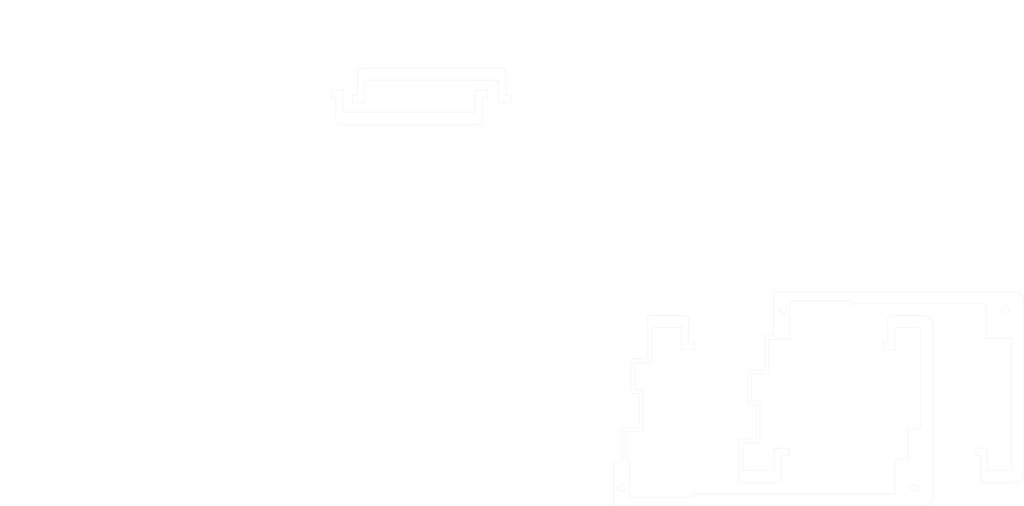
<source format=kicad_pcb>
(kicad_pcb (version 20171130) (host pcbnew "(5.1.4)-1")
  (layers (0 F.Cu signal hide) (31 B.Cu signal hide) (34 B.Paste user hide) (35 F.Paste user hide) (36 B.SilkS user) (37 F.SilkS user hide) (38 B.Mask user hide) (39 F.Mask user hide) (44 Edge.Cuts user))
  (net 0 "")
  (gr_curve (pts (xy 353.135602 212.794538) (xy 353.135601 212.242255) (xy 352.687887 211.794541) (xy 352.135604 211.79454)) (layer Edge.Cuts) (width 0.1))
  (gr_line (start 339.8481 249.89708) (end 342.60908 249.89708) (layer Edge.Cuts) (width 0.1))
  (gr_line (start 352.13408 211.79378) (end 349.37234 211.79378) (layer Edge.Cuts) (width 0.1))
  (gr_curve (pts (xy 339.849624 249.897334) (xy 339.297341 249.897335) (xy 338.849626 250.345049) (xy 338.849625 250.897332)) (layer Edge.Cuts) (width 0.1))
  (gr_curve (pts (xy 344.6106 230.847334) (xy 344.058317 230.847335) (xy 343.610603 231.295049) (xy 343.610602 231.847332)) (layer Edge.Cuts) (width 0.1))
  (gr_curve (pts (xy 342.610604 249.897334) (xy 343.162887 249.897333) (xy 343.610601 249.449619) (xy 343.610602 248.897336)) (layer Edge.Cuts) (width 0.1))
  (gr_line (start 349.3731 192.74708) (end 356.89912 192.74708) (layer Edge.Cuts) (width 0.1))
  (gr_line (start 344.60806 230.84708) (end 352.13408 230.84708) (layer Edge.Cuts) (width 0.1))
  (gr_curve (pts (xy 352.135604 230.847334) (xy 352.687887 230.847333) (xy 353.135601 230.399619) (xy 353.135602 229.847336)) (layer Edge.Cuts) (width 0.1))
  (gr_arc (start 349.37234 210.79378) (end 349.37234 211.79378) (angle 90) (layer Edge.Cuts) (width 0.1))
  (gr_line (start 338.84734 274.09186) (end 338.84734 250.8953) (layer Edge.Cuts) (width 0.1))
  (gr_line (start 353.13484 229.84632) (end 353.13484 212.79276) (layer Edge.Cuts) (width 0.1))
  (gr_curve (pts (xy 349.374624 192.747232) (xy 348.822341 192.747234) (xy 348.374627 193.194947) (xy 348.374626 193.74723)) (layer Edge.Cuts) (width 0.1))
  (gr_curve (pts (xy 356.899628 192.747232) (xy 357.451911 192.747231) (xy 357.899625 192.299518) (xy 357.899626 191.747234)) (layer Edge.Cuts) (width 0.1))
  (gr_line (start 343.60984 248.89632) (end 343.60984 231.8453) (layer Edge.Cuts) (width 0.1))
  (gr_line (start 357.89734 191.74632) (end 357.89734 168.692) (layer Edge.Cuts) (width 0.1))
  (gr_line (start 348.37234 210.79378) (end 348.37234 193.7453) (layer Edge.Cuts) (width 0.1))
  (gr_arc (start 510.4464 269.19186) (end 515.3464 269.19186) (angle 90) (layer Edge.Cuts) (width 0.1))
  (gr_line (start 508.29506 231.512) (end 501.57422 231.512) (layer Edge.Cuts) (width 0.1))
  (gr_line (start 345.73112 233.01662) (end 355.25612 233.01662) (layer Edge.Cuts) (width 0.1))
  (gr_line (start 492.444 168.692) (end 510.4464 168.692) (layer Edge.Cuts) (width 0.1))
  (gr_curve (pts (xy 505.37716 266.075925) (xy 504.300204 266.075925) (xy 503.427159 265.20288) (xy 503.427159 264.125925)) (layer Edge.Cuts) (width 0.1))
  (gr_line (start 345.73112 233.01662) (end 345.73112 247.8647) (layer Edge.Cuts) (width 0.1))
  (gr_curve (pts (xy 507.327161 264.125925) (xy 507.327161 265.20288) (xy 506.454116 266.075925) (xy 505.37716 266.075925)) (layer Edge.Cuts) (width 0.1))
  (gr_line (start 338.84734 274.09186) (end 510.4464 274.09186) (layer Edge.Cuts) (width 0.1))
  (gr_line (start 355.25612 209.7647) (end 350.49362 209.7647) (layer Edge.Cuts) (width 0.1))
  (gr_line (start 350.49362 209.7647) (end 350.49362 194.91662) (layer Edge.Cuts) (width 0.1))
  (gr_curve (pts (xy 342.592384 265.814675) (xy 341.989052 265.466341) (xy 341.617383 264.822593) (xy 341.617383 264.125925)) (layer Edge.Cuts) (width 0.1))
  (gr_line (start 508.29506 175.36662) (end 508.29506 231.512) (layer Edge.Cuts) (width 0.1))
  (gr_line (start 355.25612 233.01662) (end 355.25612 209.7647) (layer Edge.Cuts) (width 0.1))
  (gr_curve (pts (xy 345.517386 264.125925) (xy 345.517386 264.822593) (xy 345.145718 265.466341) (xy 344.542385 265.814675)) (layer Edge.Cuts) (width 0.1))
  (gr_line (start 501.57422 248.3647) (end 494.43174 248.3647) (layer Edge.Cuts) (width 0.1))
  (gr_line (start 360.01862 194.91662) (end 360.01862 175.36662) (layer Edge.Cuts) (width 0.1))
  (gr_curve (pts (xy 506.352161 262.437174) (xy 506.955493 262.785508) (xy 507.327161 263.429256) (xy 507.327161 264.125925)) (layer Edge.Cuts) (width 0.1))
  (gr_curve (pts (xy 504.402159 262.437174) (xy 505.005492 262.08884) (xy 505.748828 262.08884) (xy 506.352161 262.437174)) (layer Edge.Cuts) (width 0.1))
  (gr_line (start 345.73112 247.8647) (end 347.53782 247.8647) (layer Edge.Cuts) (width 0.1))
  (gr_curve (pts (xy 341.617383 264.125925) (xy 341.617383 263.429256) (xy 341.989052 262.785508) (xy 342.592384 262.437174)) (layer Edge.Cuts) (width 0.1))
  (gr_line (start 350.49362 194.91662) (end 360.01862 194.91662) (layer Edge.Cuts) (width 0.1))
  (gr_line (start 494.43174 248.3647) (end 494.43174 267.4147) (layer Edge.Cuts) (width 0.1))
  (gr_curve (pts (xy 344.542385 265.814675) (xy 343.939053 266.163009) (xy 343.195716 266.163009) (xy 342.592384 265.814675)) (layer Edge.Cuts) (width 0.1))
  (gr_line (start 347.53782 269.19186) (end 382.085 269.19186) (layer Edge.Cuts) (width 0.1))
  (gr_curve (pts (xy 503.427159 264.125925) (xy 503.427159 263.429256) (xy 503.798827 262.785508) (xy 504.402159 262.437174)) (layer Edge.Cuts) (width 0.1))
  (gr_curve (pts (xy 344.542385 262.437174) (xy 345.145718 262.785508) (xy 345.517386 263.429256) (xy 345.517386 264.125925)) (layer Edge.Cuts) (width 0.1))
  (gr_arc (start 510.4464 173.592) (end 510.4464 168.692) (angle 90) (layer Edge.Cuts) (width 0.1))
  (gr_curve (pts (xy 342.592384 262.437174) (xy 343.195716 262.08884) (xy 343.939053 262.08884) (xy 344.542385 262.437174)) (layer Edge.Cuts) (width 0.1))
  (gr_line (start 494.444 175.36662) (end 508.29506 175.36662) (layer Edge.Cuts) (width 0.1))
  (gr_line (start 501.57422 231.512) (end 501.57422 248.3647) (layer Edge.Cuts) (width 0.1))
  (gr_line (start 382.085 267.4147) (end 494.43174 267.4147) (layer Edge.Cuts) (width 0.1))
  (gr_line (start 347.53782 247.8647) (end 347.53782 269.19186) (layer Edge.Cuts) (width 0.1))
  (gr_line (start 382.085 267.4147) (end 382.085 269.19186) (layer Edge.Cuts) (width 0.1))
  (gr_line (start 515.3464 269.19186) (end 515.3464 173.592) (layer Edge.Cuts) (width 0.1))
  (gr_line (start 380.444 170.692) (end 380.444 183.692) (layer Edge.Cuts) (width 0.1))
  (gr_line (start 269.438 48.028) (end 266.438 48.028) (layer Edge.Cuts) (width 0.1))
  (gr_line (start 380.444 183.692) (end 383.444 183.692) (layer Edge.Cuts) (width 0.1))
  (gr_line (start 376.444 175.36662) (end 376.444 187.692) (layer Edge.Cuts) (width 0.1))
  (gr_line (start 383.444 183.692) (end 383.444 187.692) (layer Edge.Cuts) (width 0.1))
  (gr_line (start 266.438 48.028) (end 266.438 61.028) (layer Edge.Cuts) (width 0.1))
  (gr_line (start 357.89734 168.692) (end 378.444 168.692) (layer Edge.Cuts) (width 0.1))
  (gr_line (start 262.438 44.028) (end 262.438 56.35338) (layer Edge.Cuts) (width 0.1))
  (gr_line (start 490.444 183.692) (end 487.944 183.692) (layer Edge.Cuts) (width 0.1))
  (gr_line (start 182.938 48.028) (end 182.938 44.028) (layer Edge.Cuts) (width 0.1))
  (gr_arc (start 492.444 170.692) (end 492.444 168.692) (angle -90) (layer Edge.Cuts) (width 0.1))
  (gr_line (start 262.438 56.35338) (end 189.438 56.35338) (layer Edge.Cuts) (width 0.1))
  (gr_line (start 376.444 187.692) (end 383.444 187.692) (layer Edge.Cuts) (width 0.1))
  (gr_line (start 189.438 44.028) (end 182.938 44.028) (layer Edge.Cuts) (width 0.1))
  (gr_line (start 264.438 63.028) (end 187.438 63.028) (layer Edge.Cuts) (width 0.1))
  (gr_line (start 487.944 187.692) (end 494.444 187.692) (layer Edge.Cuts) (width 0.1))
  (gr_line (start 189.438 56.35338) (end 189.438 44.028) (layer Edge.Cuts) (width 0.1))
  (gr_line (start 185.438 48.028) (end 182.938 48.028) (layer Edge.Cuts) (width 0.1))
  (gr_line (start 490.444 183.692) (end 490.444 170.692) (layer Edge.Cuts) (width 0.1))
  (gr_line (start 487.944 183.692) (end 487.944 187.692) (layer Edge.Cuts) (width 0.1))
  (gr_line (start 494.444 187.692) (end 494.444 175.36662) (layer Edge.Cuts) (width 0.1))
  (gr_line (start 360.01862 175.36662) (end 376.444 175.36662) (layer Edge.Cuts) (width 0.1))
  (gr_line (start 185.438 61.028) (end 185.438 48.028) (layer Edge.Cuts) (width 0.1))
  (gr_arc (start 264.438 61.028) (end 264.438 63.028) (angle -90) (layer Edge.Cuts) (width 0.1))
  (gr_arc (start 378.444 170.692) (end 378.444 168.692) (angle 90) (layer Edge.Cuts) (width 0.1))
  (gr_line (start 269.438 48.028) (end 269.438 44.028) (layer Edge.Cuts) (width 0.1))
  (gr_line (start 269.438 44.028) (end 262.438 44.028) (layer Edge.Cuts) (width 0.1))
  (gr_arc (start 187.438 61.028) (end 187.438 63.028) (angle 90) (layer Edge.Cuts) (width 0.1))
  (gr_line (start 543.672 261.13) (end 560.772 261.13) (layer Edge.Cuts) (width 0.1))
  (gr_line (start 558.99738 254.45538) (end 545.672 254.45538) (layer Edge.Cuts) (width 0.1))
  (gr_line (start 277.308 31.948) (end 199.308 31.948) (layer Edge.Cuts) (width 0.1))
  (gr_line (start 194.808 46.948) (end 194.808 50.948) (layer Edge.Cuts) (width 0.1))
  (gr_arc (start 199.308 33.948) (end 199.308 31.948) (angle -90) (layer Edge.Cuts) (width 0.1))
  (gr_line (start 194.808 50.948) (end 201.308 50.948) (layer Edge.Cuts) (width 0.1))
  (gr_line (start 541.672 246.13) (end 539.172 246.13) (layer Edge.Cuts) (width 0.1))
  (gr_arc (start 543.672 259.13) (end 543.672 261.13) (angle 90) (layer Edge.Cuts) (width 0.1))
  (gr_line (start 194.808 46.948) (end 197.308 46.948) (layer Edge.Cuts) (width 0.1))
  (gr_line (start 539.172 246.13) (end 539.172 242.13) (layer Edge.Cuts) (width 0.1))
  (gr_line (start 541.672 259.13) (end 541.672 246.13) (layer Edge.Cuts) (width 0.1))
  (gr_line (start 545.672 254.45538) (end 545.672 242.13) (layer Edge.Cuts) (width 0.1))
  (gr_line (start 545.672 242.13) (end 539.172 242.13) (layer Edge.Cuts) (width 0.1))
  (gr_line (start 197.308 46.948) (end 197.308 33.948) (layer Edge.Cuts) (width 0.1))
  (gr_arc (start 277.308 33.948) (end 277.308 31.948) (angle 90) (layer Edge.Cuts) (width 0.1))
  (gr_line (start 279.308 33.948) (end 279.308 46.948) (layer Edge.Cuts) (width 0.1))
  (gr_line (start 201.308 38.62262) (end 275.308 38.62262) (layer Edge.Cuts) (width 0.1))
  (gr_line (start 201.308 50.948) (end 201.308 38.62262) (layer Edge.Cuts) (width 0.1))
  (gr_line (start 435.672 246.13) (end 431.672 246.13) (layer Edge.Cuts) (width 0.1))
  (gr_line (start 435.672 246.13) (end 435.672 242.13) (layer Edge.Cuts) (width 0.1))
  (gr_line (start 282.308 46.948) (end 282.308 50.948) (layer Edge.Cuts) (width 0.1))
  (gr_line (start 435.672 242.13) (end 427.672 242.13) (layer Edge.Cuts) (width 0.1))
  (gr_line (start 279.308 46.948) (end 282.308 46.948) (layer Edge.Cuts) (width 0.1))
  (gr_line (start 427.672 242.13) (end 427.672 254.45538) (layer Edge.Cuts) (width 0.1))
  (gr_line (start 275.308 50.948) (end 282.308 50.948) (layer Edge.Cuts) (width 0.1))
  (gr_line (start 275.308 38.62262) (end 275.308 50.948) (layer Edge.Cuts) (width 0.1))
  (gr_arc (start 429.672 259.13) (end 429.672 261.13) (angle -90) (layer Edge.Cuts) (width 0.1))
  (gr_line (start 431.672 246.13) (end 431.672 259.13) (layer Edge.Cuts) (width 0.1))
  (gr_arc (start 416.74366 219.02822) (end 416.74366 218.02822) (angle 90) (layer Edge.Cuts) (width 0.1))
  (gr_curve (pts (xy 413.980396 198.974666) (xy 413.428113 198.974667) (xy 412.980399 199.422381) (xy 412.980398 199.974664)) (layer Edge.Cuts) (width 0.1))
  (gr_line (start 416.7429 237.07492) (end 409.21688 237.07492) (layer Edge.Cuts) (width 0.1))
  (gr_line (start 412.98116 199.97568) (end 412.98116 217.02924) (layer Edge.Cuts) (width 0.1))
  (gr_curve (pts (xy 423.505396 179.924666) (xy 422.953113 179.924667) (xy 422.505399 180.372381) (xy 422.505398 180.924664)) (layer Edge.Cuts) (width 0.1))
  (gr_line (start 408.21866 238.07568) (end 408.21866 261.13) (layer Edge.Cuts) (width 0.1))
  (gr_line (start 426.2679 179.92492) (end 423.50692 179.92492) (layer Edge.Cuts) (width 0.1))
  (gr_line (start 421.50794 198.97492) (end 413.98192 198.97492) (layer Edge.Cuts) (width 0.1))
  (gr_curve (pts (xy 421.5054 198.974666) (xy 422.057683 198.974665) (xy 422.505397 198.526951) (xy 422.505398 197.974668)) (layer Edge.Cuts) (width 0.1))
  (gr_line (start 417.74366 219.02822) (end 417.74366 236.0767) (layer Edge.Cuts) (width 0.1))
  (gr_curve (pts (xy 426.266376 179.924666) (xy 426.818659 179.924665) (xy 427.266374 179.476951) (xy 427.266375 178.924668)) (layer Edge.Cuts) (width 0.1))
  (gr_curve (pts (xy 416.741376 237.074768) (xy 417.293659 237.074766) (xy 417.741373 236.627053) (xy 417.741374 236.07477)) (layer Edge.Cuts) (width 0.1))
  (gr_line (start 422.50616 180.92568) (end 422.50616 197.9767) (layer Edge.Cuts) (width 0.1))
  (gr_line (start 427.26866 155.73014) (end 427.26866 178.9267) (layer Edge.Cuts) (width 0.1))
  (gr_curve (pts (xy 409.216372 237.074768) (xy 408.664089 237.074769) (xy 408.216375 237.522482) (xy 408.216374 238.074766)) (layer Edge.Cuts) (width 0.1))
  (gr_line (start 413.98192 218.02822) (end 416.74366 218.02822) (layer Edge.Cuts) (width 0.1))
  (gr_curve (pts (xy 412.980398 217.027462) (xy 412.980399 217.579745) (xy 413.428113 218.027459) (xy 413.980396 218.02746)) (layer Edge.Cuts) (width 0.1))
  (gr_arc (start 560.772 256.23) (end 560.772 261.13) (angle -90) (layer Edge.Cuts) (width 0.1))
  (gr_arc (start 560.772 160.63014) (end 565.672 160.63014) (angle -90) (layer Edge.Cuts) (width 0.1))
  (gr_line (start 429.672 261.13) (end 408.21866 261.13) (layer Edge.Cuts) (width 0.1))
  (gr_line (start 565.672 256.23) (end 565.672 160.63014) (layer Edge.Cuts) (width 0.1))
  (gr_line (start 560.772 155.73014) (end 427.26866 155.73014) (layer Edge.Cuts) (width 0.1))
  (gr_curve (pts (xy 556.663594 167.384826) (xy 556.060261 167.73316) (xy 555.316925 167.73316) (xy 554.713592 167.384826)) (layer Edge.Cuts) (width 0.1))
  (gr_curve (pts (xy 553.738592 165.696075) (xy 553.738592 164.999407) (xy 554.11026 164.355659) (xy 554.713592 164.007325)) (layer Edge.Cuts) (width 0.1))
  (gr_curve (pts (xy 554.713592 167.384826) (xy 554.11026 167.036492) (xy 553.738592 166.392744) (xy 553.738592 165.696075)) (layer Edge.Cuts) (width 0.1))
  (gr_curve (pts (xy 556.663594 164.007325) (xy 557.266926 164.355659) (xy 557.638594 164.999407) (xy 557.638594 165.696075)) (layer Edge.Cuts) (width 0.1))
  (gr_curve (pts (xy 557.638594 165.696075) (xy 557.638594 166.392744) (xy 557.266926 167.036492) (xy 556.663594 167.384826)) (layer Edge.Cuts) (width 0.1))
  (gr_curve (pts (xy 554.713592 164.007325) (xy 555.316925 163.658991) (xy 556.060261 163.658991) (xy 556.663594 164.007325)) (layer Edge.Cuts) (width 0.1))
  (gr_curve (pts (xy 431.663679 167.384826) (xy 431.060347 167.036492) (xy 430.688679 166.392744) (xy 430.688679 165.696075)) (layer Edge.Cuts) (width 0.1))
  (gr_curve (pts (xy 431.663679 164.007325) (xy 432.267011 163.658991) (xy 433.010347 163.658991) (xy 433.61368 164.007325)) (layer Edge.Cuts) (width 0.1))
  (gr_curve (pts (xy 430.688679 165.696075) (xy 430.688679 164.999407) (xy 431.060347 164.355659) (xy 431.663679 164.007325)) (layer Edge.Cuts) (width 0.1))
  (gr_curve (pts (xy 433.61368 164.007325) (xy 434.217012 164.355659) (xy 434.58868 164.999407) (xy 434.58868 165.696075)) (layer Edge.Cuts) (width 0.1))
  (gr_curve (pts (xy 434.58868 165.696075) (xy 434.58868 166.392744) (xy 434.217012 167.036492) (xy 433.61368 167.384826)) (layer Edge.Cuts) (width 0.1))
  (gr_curve (pts (xy 433.61368 167.384826) (xy 433.010347 167.73316) (xy 432.267011 167.73316) (xy 431.663679 167.384826)) (layer Edge.Cuts) (width 0.1))
  (gr_line (start 427.672 254.45538) (end 410.29676 254.45538) (layer Edge.Cuts) (width 0.1))
  (gr_line (start 544.70988 162.4073) (end 544.70988 181.4573) (layer Edge.Cuts) (width 0.1))
  (gr_line (start 415.05926 215.85538) (end 419.82176 215.85538) (layer Edge.Cuts) (width 0.1))
  (gr_line (start 436.22106 160.63014) (end 436.22106 181.9573) (layer Edge.Cuts) (width 0.1))
  (gr_line (start 415.05926 201.0073) (end 415.05926 215.85538) (layer Edge.Cuts) (width 0.1))
  (gr_line (start 470.12106 162.4073) (end 470.12106 160.63014) (layer Edge.Cuts) (width 0.1))
  (gr_line (start 470.12106 160.63014) (end 436.22106 160.63014) (layer Edge.Cuts) (width 0.1))
  (gr_line (start 419.82176 215.85538) (end 419.82176 239.1073) (layer Edge.Cuts) (width 0.1))
  (gr_line (start 436.22106 181.9573) (end 424.58426 181.9573) (layer Edge.Cuts) (width 0.1))
  (gr_line (start 558.99738 181.4573) (end 558.99738 254.45538) (layer Edge.Cuts) (width 0.1))
  (gr_line (start 419.82176 239.1073) (end 410.29676 239.1073) (layer Edge.Cuts) (width 0.1))
  (gr_line (start 410.29676 239.1073) (end 410.29676 254.45538) (layer Edge.Cuts) (width 0.1))
  (gr_line (start 544.70988 181.4573) (end 558.99738 181.4573) (layer Edge.Cuts) (width 0.1))
  (gr_line (start 424.58426 201.0073) (end 415.05926 201.0073) (layer Edge.Cuts) (width 0.1))
  (gr_line (start 424.58426 181.9573) (end 424.58426 201.0073) (layer Edge.Cuts) (width 0.1))
  (gr_line (start 544.70988 162.4073) (end 470.12106 162.4073) (layer Edge.Cuts) (width 0.1))
)
</source>
